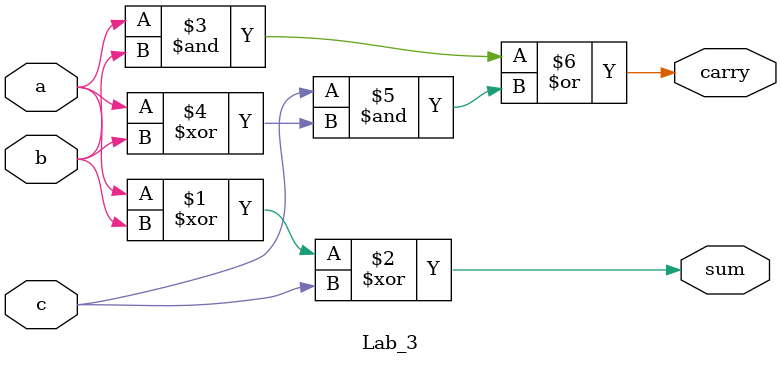
<source format=sv>
`timescale 1ns / 1ps


module Lab_3(
    input logic a,
    input logic b,
    input logic c,
    output logic sum,
    output logic carry
);
    assign sum = (a ^ b) ^ c;  
    assign carry = (a & b) | (c & (a ^ b));  
endmodule



</source>
